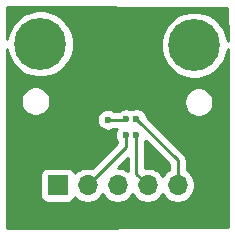
<source format=gbr>
%TF.GenerationSoftware,KiCad,Pcbnew,(5.1.10)-1*%
%TF.CreationDate,2021-11-07T18:39:57-08:00*%
%TF.ProjectId,mic_pcb,6d69635f-7063-4622-9e6b-696361645f70,rev?*%
%TF.SameCoordinates,Original*%
%TF.FileFunction,Copper,L2,Bot*%
%TF.FilePolarity,Positive*%
%FSLAX46Y46*%
G04 Gerber Fmt 4.6, Leading zero omitted, Abs format (unit mm)*
G04 Created by KiCad (PCBNEW (5.1.10)-1) date 2021-11-07 18:39:57*
%MOMM*%
%LPD*%
G01*
G04 APERTURE LIST*
%TA.AperFunction,ComponentPad*%
%ADD10C,0.700000*%
%TD*%
%TA.AperFunction,ComponentPad*%
%ADD11C,4.400000*%
%TD*%
%TA.AperFunction,ComponentPad*%
%ADD12O,1.700000X1.700000*%
%TD*%
%TA.AperFunction,ComponentPad*%
%ADD13R,1.700000X1.700000*%
%TD*%
%TA.AperFunction,ViaPad*%
%ADD14C,0.600000*%
%TD*%
%TA.AperFunction,Conductor*%
%ADD15C,0.250000*%
%TD*%
%TA.AperFunction,NonConductor*%
%ADD16C,0.254000*%
%TD*%
%TA.AperFunction,NonConductor*%
%ADD17C,0.100000*%
%TD*%
G04 APERTURE END LIST*
D10*
%TO.P,H2,1*%
%TO.N,N/C*%
X141506726Y-91003274D03*
X140340000Y-90520000D03*
X139173274Y-91003274D03*
X138690000Y-92170000D03*
X139173274Y-93336726D03*
X140340000Y-93820000D03*
X141506726Y-93336726D03*
X141990000Y-92170000D03*
D11*
X140340000Y-92170000D03*
%TD*%
D10*
%TO.P,H1,1*%
%TO.N,N/C*%
X128476726Y-90913274D03*
X127310000Y-90430000D03*
X126143274Y-90913274D03*
X125660000Y-92080000D03*
X126143274Y-93246726D03*
X127310000Y-93730000D03*
X128476726Y-93246726D03*
X128960000Y-92080000D03*
D11*
X127310000Y-92080000D03*
%TD*%
D12*
%TO.P,J1,5*%
%TO.N,DOUT*%
X138930000Y-104030000D03*
%TO.P,J1,4*%
%TO.N,CLK*%
X136390000Y-104030000D03*
%TO.P,J1,3*%
%TO.N,VCC*%
X133850000Y-104030000D03*
%TO.P,J1,2*%
%TO.N,LR*%
X131310000Y-104030000D03*
D13*
%TO.P,J1,1*%
%TO.N,GND*%
X128770000Y-104030000D03*
%TD*%
D14*
%TO.N,VCC*%
X133040000Y-98490000D03*
X134560000Y-98450000D03*
%TO.N,LR*%
X134550000Y-99780000D03*
%TO.N,CLK*%
X135450000Y-99790000D03*
%TO.N,DOUT*%
X135450000Y-98450000D03*
%TD*%
D15*
%TO.N,VCC*%
X134520000Y-98490000D02*
X134560000Y-98450000D01*
X133040000Y-98490000D02*
X134520000Y-98490000D01*
%TO.N,LR*%
X131430000Y-103910000D02*
X131310000Y-104030000D01*
X134550000Y-100790000D02*
X131310000Y-104030000D01*
X134550000Y-99780000D02*
X134550000Y-100790000D01*
%TO.N,CLK*%
X135450000Y-103090000D02*
X136390000Y-104030000D01*
X135450000Y-99790000D02*
X135450000Y-103090000D01*
%TO.N,DOUT*%
X138930000Y-101930000D02*
X138930000Y-104030000D01*
X135450000Y-98450000D02*
X138930000Y-101930000D01*
%TD*%
D16*
X143156027Y-89013635D02*
X143160238Y-91816562D01*
X143066052Y-91343061D01*
X142852344Y-90827124D01*
X142542088Y-90362793D01*
X142147207Y-89967912D01*
X141682876Y-89657656D01*
X141166939Y-89443948D01*
X140619223Y-89335000D01*
X140060777Y-89335000D01*
X139513061Y-89443948D01*
X138997124Y-89657656D01*
X138532793Y-89967912D01*
X138137912Y-90362793D01*
X137827656Y-90827124D01*
X137613948Y-91343061D01*
X137505000Y-91890777D01*
X137505000Y-92449223D01*
X137613948Y-92996939D01*
X137827656Y-93512876D01*
X138137912Y-93977207D01*
X138532793Y-94372088D01*
X138997124Y-94682344D01*
X139513061Y-94896052D01*
X140060777Y-95005000D01*
X140619223Y-95005000D01*
X141166939Y-94896052D01*
X141682876Y-94682344D01*
X142147207Y-94372088D01*
X142542088Y-93977207D01*
X142852344Y-93512876D01*
X143066052Y-92996939D01*
X143161292Y-92518139D01*
X143183973Y-107616369D01*
X124523973Y-107653633D01*
X124517280Y-103180000D01*
X127281928Y-103180000D01*
X127281928Y-104880000D01*
X127294188Y-105004482D01*
X127330498Y-105124180D01*
X127389463Y-105234494D01*
X127468815Y-105331185D01*
X127565506Y-105410537D01*
X127675820Y-105469502D01*
X127795518Y-105505812D01*
X127920000Y-105518072D01*
X129620000Y-105518072D01*
X129744482Y-105505812D01*
X129864180Y-105469502D01*
X129974494Y-105410537D01*
X130071185Y-105331185D01*
X130150537Y-105234494D01*
X130209502Y-105124180D01*
X130231513Y-105051620D01*
X130363368Y-105183475D01*
X130606589Y-105345990D01*
X130876842Y-105457932D01*
X131163740Y-105515000D01*
X131456260Y-105515000D01*
X131743158Y-105457932D01*
X132013411Y-105345990D01*
X132256632Y-105183475D01*
X132463475Y-104976632D01*
X132580000Y-104802240D01*
X132696525Y-104976632D01*
X132903368Y-105183475D01*
X133146589Y-105345990D01*
X133416842Y-105457932D01*
X133703740Y-105515000D01*
X133996260Y-105515000D01*
X134283158Y-105457932D01*
X134553411Y-105345990D01*
X134796632Y-105183475D01*
X135003475Y-104976632D01*
X135120000Y-104802240D01*
X135236525Y-104976632D01*
X135443368Y-105183475D01*
X135686589Y-105345990D01*
X135956842Y-105457932D01*
X136243740Y-105515000D01*
X136536260Y-105515000D01*
X136823158Y-105457932D01*
X137093411Y-105345990D01*
X137336632Y-105183475D01*
X137543475Y-104976632D01*
X137660000Y-104802240D01*
X137776525Y-104976632D01*
X137983368Y-105183475D01*
X138226589Y-105345990D01*
X138496842Y-105457932D01*
X138783740Y-105515000D01*
X139076260Y-105515000D01*
X139363158Y-105457932D01*
X139633411Y-105345990D01*
X139876632Y-105183475D01*
X140083475Y-104976632D01*
X140245990Y-104733411D01*
X140357932Y-104463158D01*
X140415000Y-104176260D01*
X140415000Y-103883740D01*
X140357932Y-103596842D01*
X140245990Y-103326589D01*
X140083475Y-103083368D01*
X139876632Y-102876525D01*
X139690000Y-102751822D01*
X139690000Y-101967322D01*
X139693676Y-101929999D01*
X139690000Y-101892676D01*
X139690000Y-101892667D01*
X139679003Y-101781014D01*
X139635546Y-101637753D01*
X139564974Y-101505724D01*
X139470001Y-101389999D01*
X139441004Y-101366202D01*
X136373153Y-98298352D01*
X136349068Y-98177271D01*
X136278586Y-98007111D01*
X136176262Y-97853972D01*
X136046028Y-97723738D01*
X135892889Y-97621414D01*
X135722729Y-97550932D01*
X135542089Y-97515000D01*
X135357911Y-97515000D01*
X135177271Y-97550932D01*
X135007111Y-97621414D01*
X135005000Y-97622825D01*
X135002889Y-97621414D01*
X134832729Y-97550932D01*
X134652089Y-97515000D01*
X134467911Y-97515000D01*
X134287271Y-97550932D01*
X134117111Y-97621414D01*
X133963972Y-97723738D01*
X133957710Y-97730000D01*
X133585535Y-97730000D01*
X133482889Y-97661414D01*
X133312729Y-97590932D01*
X133132089Y-97555000D01*
X132947911Y-97555000D01*
X132767271Y-97590932D01*
X132597111Y-97661414D01*
X132443972Y-97763738D01*
X132313738Y-97893972D01*
X132211414Y-98047111D01*
X132140932Y-98217271D01*
X132105000Y-98397911D01*
X132105000Y-98582089D01*
X132140932Y-98762729D01*
X132211414Y-98932889D01*
X132313738Y-99086028D01*
X132443972Y-99216262D01*
X132597111Y-99318586D01*
X132767271Y-99389068D01*
X132947911Y-99425000D01*
X133132089Y-99425000D01*
X133312729Y-99389068D01*
X133482889Y-99318586D01*
X133585535Y-99250000D01*
X133779620Y-99250000D01*
X133721414Y-99337111D01*
X133650932Y-99507271D01*
X133615000Y-99687911D01*
X133615000Y-99872089D01*
X133650932Y-100052729D01*
X133721414Y-100222889D01*
X133790001Y-100325536D01*
X133790001Y-100475197D01*
X131676408Y-102588791D01*
X131456260Y-102545000D01*
X131163740Y-102545000D01*
X130876842Y-102602068D01*
X130606589Y-102714010D01*
X130363368Y-102876525D01*
X130231513Y-103008380D01*
X130209502Y-102935820D01*
X130150537Y-102825506D01*
X130071185Y-102728815D01*
X129974494Y-102649463D01*
X129864180Y-102590498D01*
X129744482Y-102554188D01*
X129620000Y-102541928D01*
X127920000Y-102541928D01*
X127795518Y-102554188D01*
X127675820Y-102590498D01*
X127565506Y-102649463D01*
X127468815Y-102728815D01*
X127389463Y-102825506D01*
X127330498Y-102935820D01*
X127294188Y-103055518D01*
X127281928Y-103180000D01*
X124517280Y-103180000D01*
X124507744Y-96806890D01*
X125650048Y-96806890D01*
X125650048Y-97053110D01*
X125698083Y-97294598D01*
X125792307Y-97522074D01*
X125929099Y-97726798D01*
X126103202Y-97900901D01*
X126307926Y-98037693D01*
X126535402Y-98131917D01*
X126776890Y-98179952D01*
X127023110Y-98179952D01*
X127264598Y-98131917D01*
X127492074Y-98037693D01*
X127696798Y-97900901D01*
X127870901Y-97726798D01*
X128007693Y-97522074D01*
X128101917Y-97294598D01*
X128149952Y-97053110D01*
X128149952Y-96886890D01*
X139470048Y-96886890D01*
X139470048Y-97133110D01*
X139518083Y-97374598D01*
X139612307Y-97602074D01*
X139749099Y-97806798D01*
X139923202Y-97980901D01*
X140127926Y-98117693D01*
X140355402Y-98211917D01*
X140596890Y-98259952D01*
X140843110Y-98259952D01*
X141084598Y-98211917D01*
X141312074Y-98117693D01*
X141516798Y-97980901D01*
X141690901Y-97806798D01*
X141827693Y-97602074D01*
X141921917Y-97374598D01*
X141969952Y-97133110D01*
X141969952Y-96886890D01*
X141921917Y-96645402D01*
X141827693Y-96417926D01*
X141690901Y-96213202D01*
X141516798Y-96039099D01*
X141312074Y-95902307D01*
X141084598Y-95808083D01*
X140843110Y-95760048D01*
X140596890Y-95760048D01*
X140355402Y-95808083D01*
X140127926Y-95902307D01*
X139923202Y-96039099D01*
X139749099Y-96213202D01*
X139612307Y-96417926D01*
X139518083Y-96645402D01*
X139470048Y-96886890D01*
X128149952Y-96886890D01*
X128149952Y-96806890D01*
X128101917Y-96565402D01*
X128007693Y-96337926D01*
X127870901Y-96133202D01*
X127696798Y-95959099D01*
X127492074Y-95822307D01*
X127264598Y-95728083D01*
X127023110Y-95680048D01*
X126776890Y-95680048D01*
X126535402Y-95728083D01*
X126307926Y-95822307D01*
X126103202Y-95959099D01*
X125929099Y-96133202D01*
X125792307Y-96337926D01*
X125698083Y-96565402D01*
X125650048Y-96806890D01*
X124507744Y-96806890D01*
X124501286Y-92491372D01*
X124583948Y-92906939D01*
X124797656Y-93422876D01*
X125107912Y-93887207D01*
X125502793Y-94282088D01*
X125967124Y-94592344D01*
X126483061Y-94806052D01*
X127030777Y-94915000D01*
X127589223Y-94915000D01*
X128136939Y-94806052D01*
X128652876Y-94592344D01*
X129117207Y-94282088D01*
X129512088Y-93887207D01*
X129822344Y-93422876D01*
X130036052Y-92906939D01*
X130145000Y-92359223D01*
X130145000Y-91800777D01*
X130036052Y-91253061D01*
X129822344Y-90737124D01*
X129512088Y-90272793D01*
X129117207Y-89877912D01*
X128652876Y-89567656D01*
X128136939Y-89353948D01*
X127589223Y-89245000D01*
X127030777Y-89245000D01*
X126483061Y-89353948D01*
X125967124Y-89567656D01*
X125502793Y-89877912D01*
X125107912Y-90272793D01*
X124797656Y-90737124D01*
X124583948Y-91253061D01*
X124500064Y-91674770D01*
X124496027Y-88976371D01*
X143156027Y-89013635D01*
%TA.AperFunction,NonConductor*%
D17*
G36*
X143156027Y-89013635D02*
G01*
X143160238Y-91816562D01*
X143066052Y-91343061D01*
X142852344Y-90827124D01*
X142542088Y-90362793D01*
X142147207Y-89967912D01*
X141682876Y-89657656D01*
X141166939Y-89443948D01*
X140619223Y-89335000D01*
X140060777Y-89335000D01*
X139513061Y-89443948D01*
X138997124Y-89657656D01*
X138532793Y-89967912D01*
X138137912Y-90362793D01*
X137827656Y-90827124D01*
X137613948Y-91343061D01*
X137505000Y-91890777D01*
X137505000Y-92449223D01*
X137613948Y-92996939D01*
X137827656Y-93512876D01*
X138137912Y-93977207D01*
X138532793Y-94372088D01*
X138997124Y-94682344D01*
X139513061Y-94896052D01*
X140060777Y-95005000D01*
X140619223Y-95005000D01*
X141166939Y-94896052D01*
X141682876Y-94682344D01*
X142147207Y-94372088D01*
X142542088Y-93977207D01*
X142852344Y-93512876D01*
X143066052Y-92996939D01*
X143161292Y-92518139D01*
X143183973Y-107616369D01*
X124523973Y-107653633D01*
X124517280Y-103180000D01*
X127281928Y-103180000D01*
X127281928Y-104880000D01*
X127294188Y-105004482D01*
X127330498Y-105124180D01*
X127389463Y-105234494D01*
X127468815Y-105331185D01*
X127565506Y-105410537D01*
X127675820Y-105469502D01*
X127795518Y-105505812D01*
X127920000Y-105518072D01*
X129620000Y-105518072D01*
X129744482Y-105505812D01*
X129864180Y-105469502D01*
X129974494Y-105410537D01*
X130071185Y-105331185D01*
X130150537Y-105234494D01*
X130209502Y-105124180D01*
X130231513Y-105051620D01*
X130363368Y-105183475D01*
X130606589Y-105345990D01*
X130876842Y-105457932D01*
X131163740Y-105515000D01*
X131456260Y-105515000D01*
X131743158Y-105457932D01*
X132013411Y-105345990D01*
X132256632Y-105183475D01*
X132463475Y-104976632D01*
X132580000Y-104802240D01*
X132696525Y-104976632D01*
X132903368Y-105183475D01*
X133146589Y-105345990D01*
X133416842Y-105457932D01*
X133703740Y-105515000D01*
X133996260Y-105515000D01*
X134283158Y-105457932D01*
X134553411Y-105345990D01*
X134796632Y-105183475D01*
X135003475Y-104976632D01*
X135120000Y-104802240D01*
X135236525Y-104976632D01*
X135443368Y-105183475D01*
X135686589Y-105345990D01*
X135956842Y-105457932D01*
X136243740Y-105515000D01*
X136536260Y-105515000D01*
X136823158Y-105457932D01*
X137093411Y-105345990D01*
X137336632Y-105183475D01*
X137543475Y-104976632D01*
X137660000Y-104802240D01*
X137776525Y-104976632D01*
X137983368Y-105183475D01*
X138226589Y-105345990D01*
X138496842Y-105457932D01*
X138783740Y-105515000D01*
X139076260Y-105515000D01*
X139363158Y-105457932D01*
X139633411Y-105345990D01*
X139876632Y-105183475D01*
X140083475Y-104976632D01*
X140245990Y-104733411D01*
X140357932Y-104463158D01*
X140415000Y-104176260D01*
X140415000Y-103883740D01*
X140357932Y-103596842D01*
X140245990Y-103326589D01*
X140083475Y-103083368D01*
X139876632Y-102876525D01*
X139690000Y-102751822D01*
X139690000Y-101967322D01*
X139693676Y-101929999D01*
X139690000Y-101892676D01*
X139690000Y-101892667D01*
X139679003Y-101781014D01*
X139635546Y-101637753D01*
X139564974Y-101505724D01*
X139470001Y-101389999D01*
X139441004Y-101366202D01*
X136373153Y-98298352D01*
X136349068Y-98177271D01*
X136278586Y-98007111D01*
X136176262Y-97853972D01*
X136046028Y-97723738D01*
X135892889Y-97621414D01*
X135722729Y-97550932D01*
X135542089Y-97515000D01*
X135357911Y-97515000D01*
X135177271Y-97550932D01*
X135007111Y-97621414D01*
X135005000Y-97622825D01*
X135002889Y-97621414D01*
X134832729Y-97550932D01*
X134652089Y-97515000D01*
X134467911Y-97515000D01*
X134287271Y-97550932D01*
X134117111Y-97621414D01*
X133963972Y-97723738D01*
X133957710Y-97730000D01*
X133585535Y-97730000D01*
X133482889Y-97661414D01*
X133312729Y-97590932D01*
X133132089Y-97555000D01*
X132947911Y-97555000D01*
X132767271Y-97590932D01*
X132597111Y-97661414D01*
X132443972Y-97763738D01*
X132313738Y-97893972D01*
X132211414Y-98047111D01*
X132140932Y-98217271D01*
X132105000Y-98397911D01*
X132105000Y-98582089D01*
X132140932Y-98762729D01*
X132211414Y-98932889D01*
X132313738Y-99086028D01*
X132443972Y-99216262D01*
X132597111Y-99318586D01*
X132767271Y-99389068D01*
X132947911Y-99425000D01*
X133132089Y-99425000D01*
X133312729Y-99389068D01*
X133482889Y-99318586D01*
X133585535Y-99250000D01*
X133779620Y-99250000D01*
X133721414Y-99337111D01*
X133650932Y-99507271D01*
X133615000Y-99687911D01*
X133615000Y-99872089D01*
X133650932Y-100052729D01*
X133721414Y-100222889D01*
X133790001Y-100325536D01*
X133790001Y-100475197D01*
X131676408Y-102588791D01*
X131456260Y-102545000D01*
X131163740Y-102545000D01*
X130876842Y-102602068D01*
X130606589Y-102714010D01*
X130363368Y-102876525D01*
X130231513Y-103008380D01*
X130209502Y-102935820D01*
X130150537Y-102825506D01*
X130071185Y-102728815D01*
X129974494Y-102649463D01*
X129864180Y-102590498D01*
X129744482Y-102554188D01*
X129620000Y-102541928D01*
X127920000Y-102541928D01*
X127795518Y-102554188D01*
X127675820Y-102590498D01*
X127565506Y-102649463D01*
X127468815Y-102728815D01*
X127389463Y-102825506D01*
X127330498Y-102935820D01*
X127294188Y-103055518D01*
X127281928Y-103180000D01*
X124517280Y-103180000D01*
X124507744Y-96806890D01*
X125650048Y-96806890D01*
X125650048Y-97053110D01*
X125698083Y-97294598D01*
X125792307Y-97522074D01*
X125929099Y-97726798D01*
X126103202Y-97900901D01*
X126307926Y-98037693D01*
X126535402Y-98131917D01*
X126776890Y-98179952D01*
X127023110Y-98179952D01*
X127264598Y-98131917D01*
X127492074Y-98037693D01*
X127696798Y-97900901D01*
X127870901Y-97726798D01*
X128007693Y-97522074D01*
X128101917Y-97294598D01*
X128149952Y-97053110D01*
X128149952Y-96886890D01*
X139470048Y-96886890D01*
X139470048Y-97133110D01*
X139518083Y-97374598D01*
X139612307Y-97602074D01*
X139749099Y-97806798D01*
X139923202Y-97980901D01*
X140127926Y-98117693D01*
X140355402Y-98211917D01*
X140596890Y-98259952D01*
X140843110Y-98259952D01*
X141084598Y-98211917D01*
X141312074Y-98117693D01*
X141516798Y-97980901D01*
X141690901Y-97806798D01*
X141827693Y-97602074D01*
X141921917Y-97374598D01*
X141969952Y-97133110D01*
X141969952Y-96886890D01*
X141921917Y-96645402D01*
X141827693Y-96417926D01*
X141690901Y-96213202D01*
X141516798Y-96039099D01*
X141312074Y-95902307D01*
X141084598Y-95808083D01*
X140843110Y-95760048D01*
X140596890Y-95760048D01*
X140355402Y-95808083D01*
X140127926Y-95902307D01*
X139923202Y-96039099D01*
X139749099Y-96213202D01*
X139612307Y-96417926D01*
X139518083Y-96645402D01*
X139470048Y-96886890D01*
X128149952Y-96886890D01*
X128149952Y-96806890D01*
X128101917Y-96565402D01*
X128007693Y-96337926D01*
X127870901Y-96133202D01*
X127696798Y-95959099D01*
X127492074Y-95822307D01*
X127264598Y-95728083D01*
X127023110Y-95680048D01*
X126776890Y-95680048D01*
X126535402Y-95728083D01*
X126307926Y-95822307D01*
X126103202Y-95959099D01*
X125929099Y-96133202D01*
X125792307Y-96337926D01*
X125698083Y-96565402D01*
X125650048Y-96806890D01*
X124507744Y-96806890D01*
X124501286Y-92491372D01*
X124583948Y-92906939D01*
X124797656Y-93422876D01*
X125107912Y-93887207D01*
X125502793Y-94282088D01*
X125967124Y-94592344D01*
X126483061Y-94806052D01*
X127030777Y-94915000D01*
X127589223Y-94915000D01*
X128136939Y-94806052D01*
X128652876Y-94592344D01*
X129117207Y-94282088D01*
X129512088Y-93887207D01*
X129822344Y-93422876D01*
X130036052Y-92906939D01*
X130145000Y-92359223D01*
X130145000Y-91800777D01*
X130036052Y-91253061D01*
X129822344Y-90737124D01*
X129512088Y-90272793D01*
X129117207Y-89877912D01*
X128652876Y-89567656D01*
X128136939Y-89353948D01*
X127589223Y-89245000D01*
X127030777Y-89245000D01*
X126483061Y-89353948D01*
X125967124Y-89567656D01*
X125502793Y-89877912D01*
X125107912Y-90272793D01*
X124797656Y-90737124D01*
X124583948Y-91253061D01*
X124500064Y-91674770D01*
X124496027Y-88976371D01*
X143156027Y-89013635D01*
G37*
%TD.AperFunction*%
D16*
X138170000Y-102244802D02*
X138170000Y-102751821D01*
X137983368Y-102876525D01*
X137776525Y-103083368D01*
X137660000Y-103257760D01*
X137543475Y-103083368D01*
X137336632Y-102876525D01*
X137093411Y-102714010D01*
X136823158Y-102602068D01*
X136536260Y-102545000D01*
X136243740Y-102545000D01*
X136210000Y-102551711D01*
X136210000Y-100335535D01*
X136230321Y-100305123D01*
X138170000Y-102244802D01*
%TA.AperFunction,NonConductor*%
D17*
G36*
X138170000Y-102244802D02*
G01*
X138170000Y-102751821D01*
X137983368Y-102876525D01*
X137776525Y-103083368D01*
X137660000Y-103257760D01*
X137543475Y-103083368D01*
X137336632Y-102876525D01*
X137093411Y-102714010D01*
X136823158Y-102602068D01*
X136536260Y-102545000D01*
X136243740Y-102545000D01*
X136210000Y-102551711D01*
X136210000Y-100335535D01*
X136230321Y-100305123D01*
X138170000Y-102244802D01*
G37*
%TD.AperFunction*%
D16*
X134690001Y-102805276D02*
X134553411Y-102714010D01*
X134283158Y-102602068D01*
X133996260Y-102545000D01*
X133869802Y-102545000D01*
X134690001Y-101724801D01*
X134690001Y-102805276D01*
%TA.AperFunction,NonConductor*%
D17*
G36*
X134690001Y-102805276D02*
G01*
X134553411Y-102714010D01*
X134283158Y-102602068D01*
X133996260Y-102545000D01*
X133869802Y-102545000D01*
X134690001Y-101724801D01*
X134690001Y-102805276D01*
G37*
%TD.AperFunction*%
M02*

</source>
